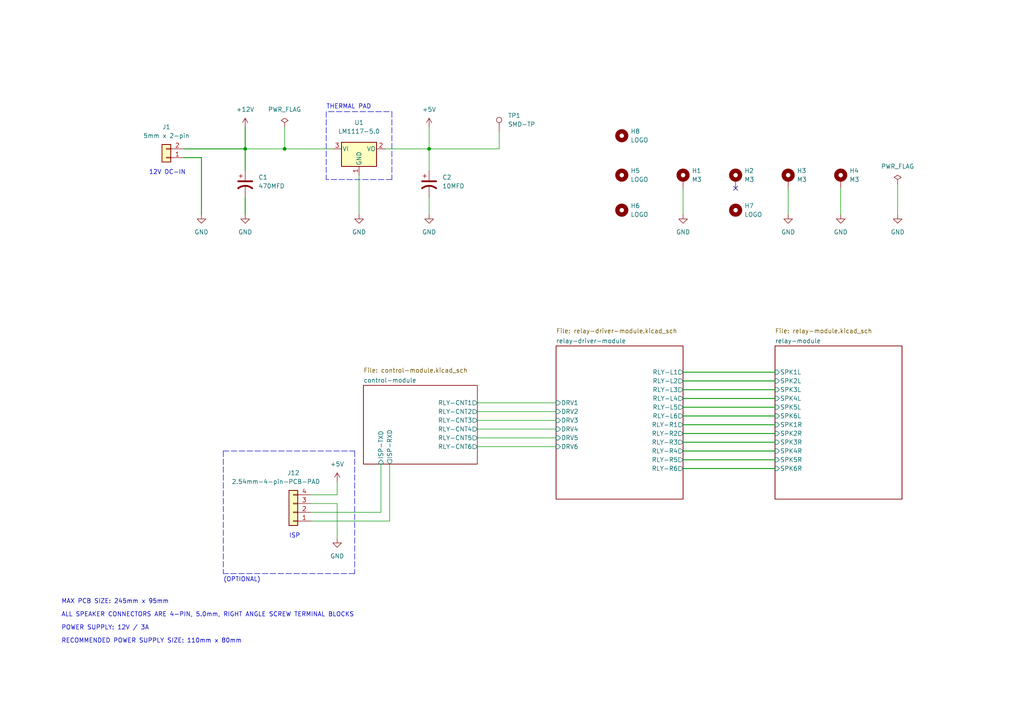
<source format=kicad_sch>
(kicad_sch (version 20211123) (generator eeschema)
  (paper "A4")
  (title_block (title "6-Channel Speaker Selector") (date "2022-11-04") (rev "2.0.0") (company "Dilshan R Jayakody") (comment 1 "jayakody2000lk.blogspot.com") (comment 2 "jayakody2000lk@gmail.com") (comment 3 "https://github.com/dilshan/6ch-speaker-selector"))
  (lib_symbols
    (symbol "Connector:TestPoint" (pin_numbers hide) (pin_names (offset 0.762) hide)
      (property "Reference" "TP" (at 0 6.858 0))
      (property "Value" "TestPoint" (at 0 5.08 0))
      (symbol "TestPoint_0_1"
        (circle (center 0 3.302) (radius 0.762))
      )
      (symbol "TestPoint_1_1"
        (pin passive line (at 0 0 90) (length 2.54) (name "1") (number "1"))
      )
    )
    (symbol "Connector_Generic:Conn_01x02" (pin_names (offset 1.016) hide)
      (property "Reference" "J" (at 0 2.54 0))
      (property "Value" "Conn_01x02" (at 0 -5.08 0))
      (symbol "Conn_01x02_1_1"
        (rectangle (start -1.27 -2.413) (end 0 -2.667) (stroke (width 0.1524)))
        (rectangle (start -1.27 0.127) (end 0 -0.127) (stroke (width 0.1524)))
        (rectangle (start -1.27 1.27) (end 1.27 -3.81) (stroke (width 0.254)) (fill (type background)))
        (pin passive line (at -5.08 0 0) (length 3.81) (name "Pin_1") (number "1"))
        (pin passive line (at -5.08 -2.54 0) (length 3.81) (name "Pin_2") (number "2"))
      )
    )
    (symbol "Connector_Generic:Conn_01x04" (pin_names (offset 1.016) hide)
      (property "Reference" "J" (at 0 5.08 0))
      (property "Value" "Conn_01x04" (at 0 -7.62 0))
      (symbol "Conn_01x04_1_1"
        (rectangle (start -1.27 -4.953) (end 0 -5.207) (stroke (width 0.1524)))
        (rectangle (start -1.27 -2.413) (end 0 -2.667) (stroke (width 0.1524)))
        (rectangle (start -1.27 0.127) (end 0 -0.127) (stroke (width 0.1524)))
        (rectangle (start -1.27 2.667) (end 0 2.413) (stroke (width 0.1524)))
        (rectangle (start -1.27 3.81) (end 1.27 -6.35) (stroke (width 0.254)) (fill (type background)))
        (pin passive line (at -5.08 2.54 0) (length 3.81) (name "Pin_1") (number "1"))
        (pin passive line (at -5.08 0 0) (length 3.81) (name "Pin_2") (number "2"))
        (pin passive line (at -5.08 -2.54 0) (length 3.81) (name "Pin_3") (number "3"))
        (pin passive line (at -5.08 -5.08 0) (length 3.81) (name "Pin_4") (number "4"))
      )
    )
    (symbol "Device:C_Polarized_US" (pin_numbers hide) (pin_names (offset 0.254) hide)
      (property "Reference" "C" (at 0.635 2.54 0))
      (property "Value" "C_Polarized_US" (at 0.635 -2.54 0))
      (symbol "C_Polarized_US_0_1"
        (polyline (pts (xy -2.032 0.762) (xy 2.032 0.762)) (stroke (width 0.508)))
        (polyline (pts (xy -1.778 2.286) (xy -0.762 2.286)))
        (polyline (pts (xy -1.27 1.778) (xy -1.27 2.794)))
        (arc (start 2.032 -1.27) (mid 0 -0.5572) (end -2.032 -1.27) (stroke (width 0.508)))
      )
      (symbol "C_Polarized_US_1_1"
        (pin passive line (at 0 3.81 270) (length 2.794) (name "~") (number "1"))
        (pin passive line (at 0 -3.81 90) (length 3.302) (name "~") (number "2"))
      )
    )
    (symbol "Mechanical:MountingHole" (pin_names (offset 1.016))
      (property "Reference" "H" (at 0 5.08 0))
      (property "Value" "MountingHole" (at 0 3.175 0))
      (symbol "MountingHole_0_1"
        (circle (center 0 0) (radius 1.27) (stroke (width 1.27)))
      )
    )
    (symbol "Mechanical:MountingHole_Pad" (pin_numbers hide) (pin_names (offset 1.016) hide)
      (property "Reference" "H" (at 0 6.35 0))
      (property "Value" "MountingHole_Pad" (at 0 4.445 0))
      (symbol "MountingHole_Pad_0_1"
        (circle (center 0 1.27) (radius 1.27) (stroke (width 1.27)))
      )
      (symbol "MountingHole_Pad_1_1"
        (pin input line (at 0 -2.54 90) (length 2.54) (name "1") (number "1"))
      )
    )
    (symbol "Regulator_Linear:LM1117-5.0" (pin_names (offset 0.254))
      (property "Reference" "U" (at -3.81 3.175 0))
      (property "Value" "LM1117-5.0" (at 0 3.175 0))
      (symbol "LM1117-5.0_0_1"
        (rectangle (start -5.08 -5.08) (end 5.08 1.905) (stroke (width 0.254)) (fill (type background)))
      )
      (symbol "LM1117-5.0_1_1"
        (pin power_in line (at 0 -7.62 90) (length 2.54) (name "GND") (number "1"))
        (pin power_out line (at 7.62 0 180) (length 2.54) (name "VO") (number "2"))
        (pin power_in line (at -7.62 0 0) (length 2.54) (name "VI") (number "3"))
      )
    )
    (symbol "power:+12V" (power) (pin_names (offset 0))
      (property "Value" "+12V" (at 0 3.556 0))
      (symbol "+12V_0_1"
        (polyline (pts (xy -0.762 1.27) (xy 0 2.54)))
        (polyline (pts (xy 0 0) (xy 0 2.54)))
        (polyline (pts (xy 0 2.54) (xy 0.762 1.27)))
      )
      (symbol "+12V_1_1"
        (pin power_in line (at 0 0 90) (length 0) hide (name "+12V") (number "1"))
      )
    )
    (symbol "power:+5V" (power) (pin_names (offset 0))
      (property "Value" "+5V" (at 0 3.556 0))
      (symbol "+5V_0_1"
        (polyline (pts (xy -0.762 1.27) (xy 0 2.54)))
        (polyline (pts (xy 0 0) (xy 0 2.54)))
        (polyline (pts (xy 0 2.54) (xy 0.762 1.27)))
      )
      (symbol "+5V_1_1"
        (pin power_in line (at 0 0 90) (length 0) hide (name "+5V") (number "1"))
      )
    )
    (symbol "power:GND" (power) (pin_names (offset 0))
      (property "Value" "GND" (at 0 -3.81 0))
      (symbol "GND_0_1"
        (polyline (pts (xy 0 0) (xy 0 -1.27) (xy 1.27 -1.27) (xy 0 -2.54) (xy -1.27 -1.27) (xy 0 -1.27)))
      )
      (symbol "GND_1_1"
        (pin power_in line (at 0 0 270) (length 0) hide (name "GND") (number "1"))
      )
    )
    (symbol "power:PWR_FLAG" (power) (pin_numbers hide) (pin_names (offset 0) hide)
      (property "Value" "PWR_FLAG" (at 0 3.81 0))
      (symbol "PWR_FLAG_0_0"
        (pin power_out line (at 0 0 90) (length 0) (name "pwr") (number "1"))
      )
      (symbol "PWR_FLAG_0_1"
        (polyline (pts (xy 0 0) (xy 0 1.27) (xy -1.016 1.905) (xy 0 2.54) (xy 1.016 1.905) (xy 0 1.27)))
      )
    )
  )
  (junction (at 82.55 43.18))
  (junction (at 71.12 43.18))
  (junction (at 124.46 43.18))
  (no_connect (at 213.36 54.61))
  (wire (pts (xy 97.79 146.05) (xy 97.79 156.21)))
  (polyline (pts (xy 113.665 32.385) (xy 113.665 52.07)))
  (wire (pts (xy 243.84 54.61) (xy 243.84 62.23)))
  (wire (pts (xy 198.12 110.49) (xy 224.79 110.49)) (stroke (width 0.25)))
  (wire (pts (xy 104.14 50.8) (xy 104.14 62.23)))
  (wire (pts (xy 82.55 36.83) (xy 82.55 43.18)))
  (wire (pts (xy 113.03 151.13) (xy 113.03 134.62)))
  (wire (pts (xy 138.43 116.84) (xy 161.29 116.84)))
  (wire (pts (xy 138.43 121.92) (xy 161.29 121.92)))
  (wire (pts (xy 198.12 125.73) (xy 224.79 125.73)) (stroke (width 0.25)))
  (wire (pts (xy 144.78 43.18) (xy 144.78 38.1)))
  (wire (pts (xy 111.76 43.18) (xy 124.46 43.18)))
  (wire (pts (xy 124.46 43.18) (xy 124.46 49.53)))
  (wire (pts (xy 198.12 128.27) (xy 224.79 128.27)) (stroke (width 0.25)))
  (polyline (pts (xy 95.25 32.385) (xy 113.665 32.385)))
  (wire (pts (xy 90.17 143.51) (xy 97.79 143.51)))
  (wire (pts (xy 138.43 127) (xy 161.29 127)))
  (wire (pts (xy 198.12 120.65) (xy 224.79 120.65)) (stroke (width 0.25)))
  (polyline (pts (xy 113.665 52.07) (xy 94.615 52.07)))
  (wire (pts (xy 228.6 54.61) (xy 228.6 62.23)))
  (wire (pts (xy 71.12 57.15) (xy 71.12 62.23)) (stroke (width 0.25)))
  (wire (pts (xy 110.49 148.59) (xy 110.49 134.62)))
  (polyline (pts (xy 102.87 166.37) (xy 64.77 166.37)))
  (polyline (pts (xy 64.77 130.81) (xy 102.87 130.81)))
  (wire (pts (xy 124.46 57.15) (xy 124.46 62.23)))
  (wire (pts (xy 90.17 146.05) (xy 97.79 146.05)))
  (wire (pts (xy 71.12 36.83) (xy 71.12 43.18)) (stroke (width 0.25)))
  (wire (pts (xy 97.79 143.51) (xy 97.79 139.7)))
  (wire (pts (xy 53.34 45.72) (xy 58.42 45.72)) (stroke (width 0.25)))
  (wire (pts (xy 71.12 43.18) (xy 82.55 43.18)))
  (wire (pts (xy 71.12 43.18) (xy 71.12 49.53)) (stroke (width 0.25)))
  (wire (pts (xy 53.34 43.18) (xy 71.12 43.18)) (stroke (width 0.25)))
  (wire (pts (xy 198.12 133.35) (xy 224.79 133.35)) (stroke (width 0.25)))
  (wire (pts (xy 198.12 130.81) (xy 224.79 130.81)) (stroke (width 0.25)))
  (wire (pts (xy 90.17 151.13) (xy 113.03 151.13)))
  (wire (pts (xy 138.43 119.38) (xy 161.29 119.38)))
  (wire (pts (xy 198.12 123.19) (xy 224.79 123.19)) (stroke (width 0.25)))
  (wire (pts (xy 198.12 107.95) (xy 224.79 107.95)) (stroke (width 0.25)))
  (wire (pts (xy 198.12 54.61) (xy 198.12 62.23)))
  (wire (pts (xy 138.43 129.54) (xy 161.29 129.54)))
  (wire (pts (xy 82.55 43.18) (xy 96.52 43.18)))
  (wire (pts (xy 198.12 118.11) (xy 224.79 118.11)) (stroke (width 0.25)))
  (wire (pts (xy 124.46 36.83) (xy 124.46 43.18)))
  (wire (pts (xy 198.12 135.89) (xy 224.79 135.89)) (stroke (width 0.25)))
  (wire (pts (xy 138.43 124.46) (xy 161.29 124.46)))
  (wire (pts (xy 198.12 115.57) (xy 224.79 115.57)) (stroke (width 0.25)))
  (polyline (pts (xy 64.77 130.81) (xy 64.77 166.37)))
  (wire (pts (xy 124.46 43.18) (xy 144.78 43.18)))
  (wire (pts (xy 198.12 113.03) (xy 224.79 113.03)) (stroke (width 0.25)))
  (wire (pts (xy 90.17 148.59) (xy 110.49 148.59)))
  (wire (pts (xy 58.42 45.72) (xy 58.42 62.23)) (stroke (width 0.25)))
  (polyline (pts (xy 94.615 32.385) (xy 94.615 52.07)))
  (wire (pts (xy 260.35 53.34) (xy 260.35 62.23)))
  (polyline (pts (xy 102.87 130.81) (xy 102.87 166.37)))
  (text "(OPTIONAL)" (at 64.77 168.91 0) (effects (font (size 1.27 1.27)) (justify left bottom)))
  (text "POWER SUPPLY: 12V / 3A" (at 17.78 182.88 0) (effects (font (size 1.27 1.27)) (justify left bottom)))
  (text "12V DC-IN" (at 43.18 50.8 0) (effects (font (size 1.27 1.27)) (justify left bottom)))
  (text "ISP" (at 83.82 156.21 0) (effects (font (size 1.27 1.27)) (justify left bottom)))
  (text "RECOMMENDED POWER SUPPLY SIZE: 110mm x 80mm" (at 17.78 186.69 0) (effects (font (size 1.27 1.27)) (justify left bottom)))
  (text "THERMAL PAD" (at 94.615 31.75 0) (effects (font (size 1.27 1.27)) (justify left bottom)))
  (text "ALL SPEAKER CONNECTORS ARE 4-PIN, 5.0mm, RIGHT ANGLE SCREW TERMINAL BLOCKS" (at 17.78 179.07 0) (effects (font (size 1.27 1.27)) (justify left bottom)))
  (text "MAX PCB SIZE: 245mm x 95mm" (at 17.78 175.26 0) (effects (font (size 1.27 1.27)) (justify left bottom)))
  (symbol (lib_id "Mechanical:MountingHole") (at 180.34 60.96 0) (unit 1)
    (property "Reference" "H6" (at 182.88 59.6899 0) (effects (justify left)))
    (property "Value" "LOGO" (at 182.88 62.2299 0) (effects (justify left)))
    (property "Footprint" "LOGO:pcbway" (effects hide))
  )
  (symbol (lib_id "Connector_Generic:Conn_01x02") (at 48.26 45.72 180) (unit 1)
    (property "Reference" "J1" (at 48.26 36.83 0))
    (property "Value" "5mm x 2-pin" (at 48.26 39.37 0))
    (property "Footprint" "TerminalBlock_Phoenix:TerminalBlock_Phoenix_MKDS-1,5-2_1x02_P5.00mm_Horizontal" (effects hide))
  )
  (symbol (lib_id "Device:C_Polarized_US") (at 71.12 53.34 0) (unit 1)
    (property "Reference" "C1" (at 74.93 51.4349 0) (effects (justify left)))
    (property "Value" "470MFD" (at 74.93 53.9749 0) (effects (justify left)))
    (property "Footprint" "Capacitor_THT:CP_Radial_D10.0mm_P5.00mm" (effects hide))
  )
  (symbol (lib_id "power:GND") (at 71.12 62.23 0) (unit 1)
    (property "Reference" "#PWR03" (effects hide))
    (property "Value" "GND" (at 71.12 67.31 0))
  )
  (symbol (lib_id "power:GND") (at 124.46 62.23 0) (unit 1)
    (property "Reference" "#PWR06" (effects hide))
    (property "Value" "GND" (at 124.46 67.31 0))
  )
  (symbol (lib_id "Device:C_Polarized_US") (at 124.46 53.34 0) (unit 1)
    (property "Reference" "C2" (at 128.27 51.4349 0) (effects (justify left)))
    (property "Value" "10MFD" (at 128.27 53.9749 0) (effects (justify left)))
    (property "Footprint" "Capacitor_THT:CP_Radial_D5.0mm_P2.00mm" (effects hide))
  )
  (symbol (lib_id "power:+12V") (at 71.12 36.83 0) (unit 1)
    (property "Reference" "#PWR02" (effects hide))
    (property "Value" "+12V" (at 71.12 31.75 0))
  )
  (symbol (lib_id "Connector:TestPoint") (at 144.78 38.1 0) (unit 1)
    (property "Reference" "TP1" (at 147.32 33.5279 0) (effects (justify left)))
    (property "Value" "SMD-TP" (at 147.32 36.0679 0) (effects (justify left)))
    (property "Footprint" "TestPoint:TestPoint_Pad_D2.0mm" (effects hide))
  )
  (symbol (lib_id "power:GND") (at 198.12 62.23 0) (unit 1)
    (property "Reference" "#PWR07" (effects hide))
    (property "Value" "GND" (at 198.12 67.31 0))
  )
  (symbol (lib_id "power:+5V") (at 97.79 139.7 0) (unit 1)
    (property "Reference" "#PWR057" (effects hide))
    (property "Value" "+5V" (at 97.79 134.62 0))
  )
  (symbol (lib_id "Regulator_Linear:LM1117-5.0") (at 104.14 43.18 0) (unit 1)
    (property "Reference" "U1" (at 104.14 35.56 0))
    (property "Value" "LM1117-5.0" (at 104.14 38.1 0))
    (property "Footprint" "Package_TO_SOT_SMD:SOT-223-3_TabPin2" (effects hide))
    (property "Datasheet" "http://www.ti.com/lit/ds/symlink/lm1117.pdf" (effects hide))
  )
  (symbol (lib_id "Mechanical:MountingHole_Pad") (at 243.84 52.07 0) (unit 1)
    (property "Reference" "H4" (at 246.38 49.5299 0) (effects (justify left)))
    (property "Value" "M3" (at 246.38 52.0699 0) (effects (justify left)))
    (property "Footprint" "MountingHole:MountingHole_2.5mm_Pad" (effects hide))
  )
  (symbol (lib_id "power:PWR_FLAG") (at 260.35 53.34 0) (unit 1)
    (property "Reference" "#FLG0102" (effects hide))
    (property "Value" "PWR_FLAG" (at 260.35 48.26 0))
  )
  (symbol (lib_id "power:GND") (at 228.6 62.23 0) (unit 1)
    (property "Reference" "#PWR09" (effects hide))
    (property "Value" "GND" (at 228.6 67.31 0))
  )
  (symbol (lib_id "Mechanical:MountingHole") (at 180.34 39.37 0) (unit 1)
    (property "Reference" "H8" (at 182.88 38.0999 0) (effects (justify left)))
    (property "Value" "LOGO" (at 182.88 40.6399 0) (effects (justify left)))
    (property "Footprint" "LOGO:6ch-sss-large" (effects hide))
  )
  (symbol (lib_id "power:GND") (at 58.42 62.23 0) (unit 1)
    (property "Reference" "#PWR01" (effects hide))
    (property "Value" "GND" (at 58.42 67.31 0))
  )
  (symbol (lib_id "power:GND") (at 97.79 156.21 0) (unit 1)
    (property "Reference" "#PWR058" (effects hide))
    (property "Value" "GND" (at 97.79 161.29 0))
  )
  (symbol (lib_id "power:PWR_FLAG") (at 82.55 36.83 0) (unit 1)
    (property "Reference" "#FLG0101" (effects hide))
    (property "Value" "PWR_FLAG" (at 82.55 31.75 0))
  )
  (symbol (lib_id "Mechanical:MountingHole_Pad") (at 213.36 52.07 0) (unit 1)
    (property "Reference" "H2" (at 215.9 49.5299 0) (effects (justify left)))
    (property "Value" "M3" (at 215.9 52.0699 0) (effects (justify left)))
    (property "Footprint" "MountingHole:MountingHole_2.5mm_Pad" (effects hide))
  )
  (symbol (lib_id "Mechanical:MountingHole_Pad") (at 228.6 52.07 0) (unit 1)
    (property "Reference" "H3" (at 231.14 49.5299 0) (effects (justify left)))
    (property "Value" "M3" (at 231.14 52.0699 0) (effects (justify left)))
    (property "Footprint" "MountingHole:MountingHole_2.5mm_Pad" (effects hide))
  )
  (symbol (lib_id "Connector_Generic:Conn_01x04") (at 85.09 148.59 180) (unit 1)
    (property "Reference" "J12" (at 85.09 137.16 0))
    (property "Value" "2.54mm-4-pin-PCB-PAD" (at 80.01 139.7 0))
    (property "Footprint" "Connector_PinHeader_2.54mm:PinHeader_1x04_P2.54mm_Vertical" (effects hide))
  )
  (symbol (lib_id "power:+5V") (at 124.46 36.83 0) (unit 1)
    (property "Reference" "#PWR05" (effects hide))
    (property "Value" "+5V" (at 124.46 31.75 0))
  )
  (symbol (lib_id "Mechanical:MountingHole") (at 213.36 60.96 0) (unit 1)
    (property "Reference" "H7" (at 215.9 59.6899 0) (effects (justify left)))
    (property "Value" "LOGO" (at 215.9 62.2299 0) (effects (justify left)))
    (property "Footprint" "Symbol:OSHW-Logo2_14.6x12mm_SilkScreen" (effects hide))
  )
  (symbol (lib_id "power:GND") (at 243.84 62.23 0) (unit 1)
    (property "Reference" "#PWR010" (effects hide))
    (property "Value" "GND" (at 243.84 67.31 0))
  )
  (symbol (lib_id "power:GND") (at 104.14 62.23 0) (unit 1)
    (property "Reference" "#PWR04" (effects hide))
    (property "Value" "GND" (at 104.14 67.31 0))
  )
  (symbol (lib_id "power:GND") (at 260.35 62.23 0) (unit 1)
    (property "Reference" "#PWR0101" (effects hide))
    (property "Value" "GND" (at 260.35 67.31 0))
  )
  (symbol (lib_id "Mechanical:MountingHole_Pad") (at 198.12 52.07 0) (unit 1)
    (property "Reference" "H1" (at 200.66 49.5299 0) (effects (justify left)))
    (property "Value" "M3" (at 200.66 52.0699 0) (effects (justify left)))
    (property "Footprint" "MountingHole:MountingHole_2.5mm_Pad" (effects hide))
  )
  (symbol (lib_id "Mechanical:MountingHole") (at 180.34 50.8 0) (unit 1)
    (property "Reference" "H5" (at 182.88 49.5299 0) (effects (justify left)))
    (property "Value" "LOGO" (at 182.88 52.0699 0) (effects (justify left)))
    (property "Footprint" "LOGO:6ch-sss" (effects hide))
  )
  (sheet (at 105.41 111.76) (size 33.02 22.86) (stroke (width 0.1524))
    (property "Sheet name" "control-module" (at 105.41 111.0484 0) (effects (justify left bottom)))
    (property "Sheet file" "control-module.kicad_sch" (at 105.41 106.68 0) (effects (justify left top)))
    (pin "RLY-CNT1" output (at 138.43 116.84 0))
    (pin "RLY-CNT4" output (at 138.43 124.46 0))
    (pin "RLY-CNT2" output (at 138.43 119.38 0))
    (pin "RLY-CNT5" output (at 138.43 127 0))
    (pin "RLY-CNT3" output (at 138.43 121.92 0))
    (pin "RLY-CNT6" output (at 138.43 129.54 0))
    (pin "ISP-TXD" input (at 110.49 134.62 270))
    (pin "ISP-RXD" output (at 113.03 134.62 270))
  )
  (sheet (at 224.79 100.33) (size 36.83 44.45) (stroke (width 0.1524))
    (property "Sheet name" "relay-module" (at 224.79 99.6184 0) (effects (justify left bottom)))
    (property "Sheet file" "relay-module.kicad_sch" (at 224.79 95.25 0) (effects (justify left top)))
    (pin "SPK1L" input (at 224.79 107.95 180))
    (pin "SPK2L" input (at 224.79 110.49 180))
    (pin "SPK6R" input (at 224.79 135.89 180))
    (pin "SPK6L" input (at 224.79 120.65 180))
    (pin "SPK3R" input (at 224.79 128.27 180))
    (pin "SPK3L" input (at 224.79 113.03 180))
    (pin "SPK5L" input (at 224.79 118.11 180))
    (pin "SPK4R" input (at 224.79 130.81 180))
    (pin "SPK4L" input (at 224.79 115.57 180))
    (pin "SPK1R" input (at 224.79 123.19 180))
    (pin "SPK2R" input (at 224.79 125.73 180))
    (pin "SPK5R" input (at 224.79 133.35 180))
  )
  (sheet (at 161.29 100.33) (size 36.83 44.45) (stroke (width 0.1524))
    (property "Sheet name" "relay-driver-module" (at 161.29 99.6184 0) (effects (justify left bottom)))
    (property "Sheet file" "relay-driver-module.kicad_sch" (at 161.29 95.25 0) (effects (justify left top)))
    (pin "RLY-L2" output (at 198.12 110.49 0))
    (pin "RLY-L1" output (at 198.12 107.95 0))
    (pin "RLY-L3" output (at 198.12 113.03 0))
    (pin "DRV4" input (at 161.29 124.46 180))
    (pin "DRV5" input (at 161.29 127 180))
    (pin "DRV6" input (at 161.29 129.54 180))
    (pin "DRV2" input (at 161.29 119.38 180))
    (pin "DRV3" input (at 161.29 121.92 180))
    (pin "DRV1" input (at 161.29 116.84 180))
    (pin "RLY-L4" output (at 198.12 115.57 0))
    (pin "RLY-L5" output (at 198.12 118.11 0))
    (pin "RLY-L6" output (at 198.12 120.65 0))
    (pin "RLY-R1" output (at 198.12 123.19 0))
    (pin "RLY-R2" output (at 198.12 125.73 0))
    (pin "RLY-R3" output (at 198.12 128.27 0))
    (pin "RLY-R4" output (at 198.12 130.81 0))
    (pin "RLY-R5" output (at 198.12 133.35 0))
    (pin "RLY-R6" output (at 198.12 135.89 0))
  )
)
</source>
